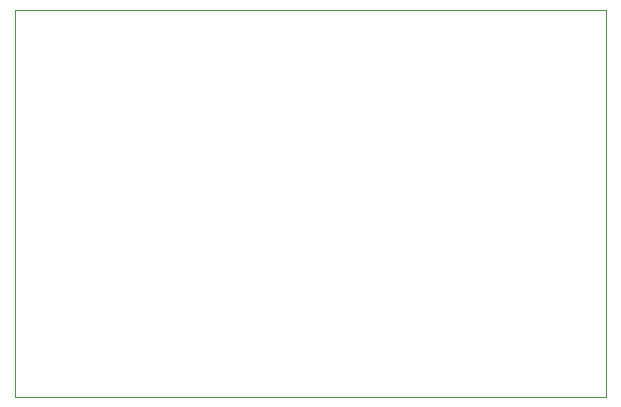
<source format=gbr>
%TF.GenerationSoftware,KiCad,Pcbnew,8.0.2*%
%TF.CreationDate,2024-06-12T11:30:58+02:00*%
%TF.ProjectId,e07-900m10s-breakout,6530372d-3930-4306-9d31-30732d627265,rev?*%
%TF.SameCoordinates,Original*%
%TF.FileFunction,Profile,NP*%
%FSLAX46Y46*%
G04 Gerber Fmt 4.6, Leading zero omitted, Abs format (unit mm)*
G04 Created by KiCad (PCBNEW 8.0.2) date 2024-06-12 11:30:58*
%MOMM*%
%LPD*%
G01*
G04 APERTURE LIST*
%TA.AperFunction,Profile*%
%ADD10C,0.050000*%
%TD*%
G04 APERTURE END LIST*
D10*
X108204000Y-47244000D02*
X158242000Y-47244000D01*
X158242000Y-80010000D01*
X108204000Y-80010000D01*
X108204000Y-47244000D01*
M02*

</source>
